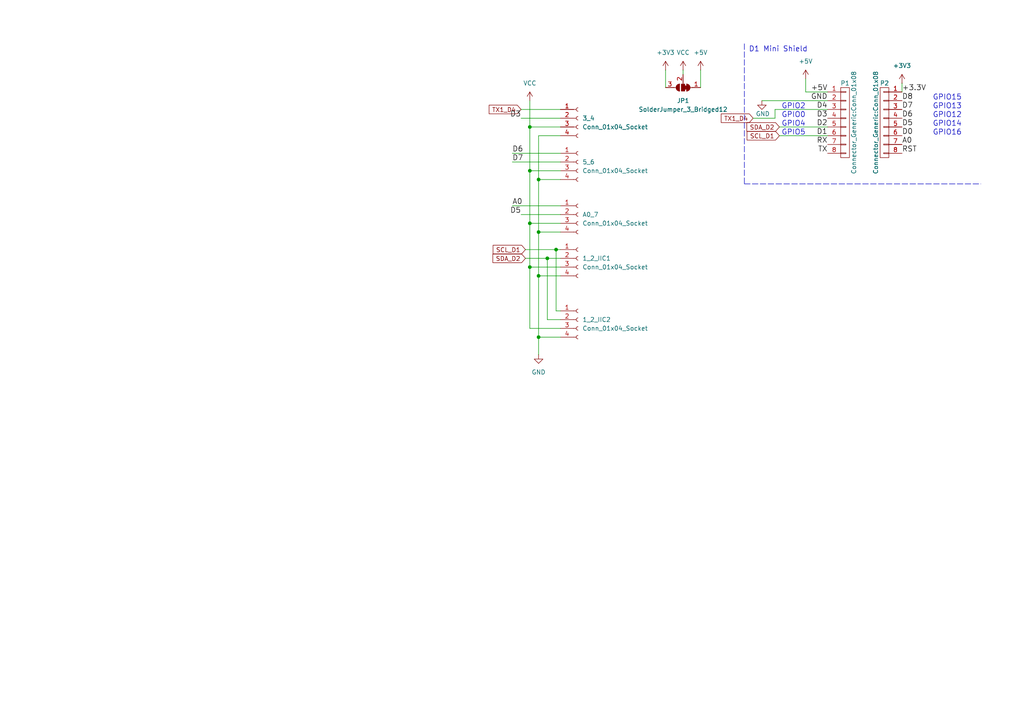
<source format=kicad_sch>
(kicad_sch
	(version 20231120)
	(generator "eeschema")
	(generator_version "8.0")
	(uuid "1e9d0ed1-d1f7-4242-855f-3b3c6e3f51d8")
	(paper "A4")
	(lib_symbols
		(symbol "Connector:Conn_01x04_Socket"
			(pin_names
				(offset 1.016) hide)
			(exclude_from_sim no)
			(in_bom yes)
			(on_board yes)
			(property "Reference" "J"
				(at 0 5.08 0)
				(effects
					(font
						(size 1.27 1.27)
					)
				)
			)
			(property "Value" "Conn_01x04_Socket"
				(at 0 -7.62 0)
				(effects
					(font
						(size 1.27 1.27)
					)
				)
			)
			(property "Footprint" ""
				(at 0 0 0)
				(effects
					(font
						(size 1.27 1.27)
					)
					(hide yes)
				)
			)
			(property "Datasheet" "~"
				(at 0 0 0)
				(effects
					(font
						(size 1.27 1.27)
					)
					(hide yes)
				)
			)
			(property "Description" "Generic connector, single row, 01x04, script generated"
				(at 0 0 0)
				(effects
					(font
						(size 1.27 1.27)
					)
					(hide yes)
				)
			)
			(property "ki_locked" ""
				(at 0 0 0)
				(effects
					(font
						(size 1.27 1.27)
					)
				)
			)
			(property "ki_keywords" "connector"
				(at 0 0 0)
				(effects
					(font
						(size 1.27 1.27)
					)
					(hide yes)
				)
			)
			(property "ki_fp_filters" "Connector*:*_1x??_*"
				(at 0 0 0)
				(effects
					(font
						(size 1.27 1.27)
					)
					(hide yes)
				)
			)
			(symbol "Conn_01x04_Socket_1_1"
				(arc
					(start 0 -4.572)
					(mid -0.5058 -5.08)
					(end 0 -5.588)
					(stroke
						(width 0.1524)
						(type default)
					)
					(fill
						(type none)
					)
				)
				(arc
					(start 0 -2.032)
					(mid -0.5058 -2.54)
					(end 0 -3.048)
					(stroke
						(width 0.1524)
						(type default)
					)
					(fill
						(type none)
					)
				)
				(polyline
					(pts
						(xy -1.27 -5.08) (xy -0.508 -5.08)
					)
					(stroke
						(width 0.1524)
						(type default)
					)
					(fill
						(type none)
					)
				)
				(polyline
					(pts
						(xy -1.27 -2.54) (xy -0.508 -2.54)
					)
					(stroke
						(width 0.1524)
						(type default)
					)
					(fill
						(type none)
					)
				)
				(polyline
					(pts
						(xy -1.27 0) (xy -0.508 0)
					)
					(stroke
						(width 0.1524)
						(type default)
					)
					(fill
						(type none)
					)
				)
				(polyline
					(pts
						(xy -1.27 2.54) (xy -0.508 2.54)
					)
					(stroke
						(width 0.1524)
						(type default)
					)
					(fill
						(type none)
					)
				)
				(arc
					(start 0 0.508)
					(mid -0.5058 0)
					(end 0 -0.508)
					(stroke
						(width 0.1524)
						(type default)
					)
					(fill
						(type none)
					)
				)
				(arc
					(start 0 3.048)
					(mid -0.5058 2.54)
					(end 0 2.032)
					(stroke
						(width 0.1524)
						(type default)
					)
					(fill
						(type none)
					)
				)
				(pin passive line
					(at -5.08 2.54 0)
					(length 3.81)
					(name "Pin_1"
						(effects
							(font
								(size 1.27 1.27)
							)
						)
					)
					(number "1"
						(effects
							(font
								(size 1.27 1.27)
							)
						)
					)
				)
				(pin passive line
					(at -5.08 0 0)
					(length 3.81)
					(name "Pin_2"
						(effects
							(font
								(size 1.27 1.27)
							)
						)
					)
					(number "2"
						(effects
							(font
								(size 1.27 1.27)
							)
						)
					)
				)
				(pin passive line
					(at -5.08 -2.54 0)
					(length 3.81)
					(name "Pin_3"
						(effects
							(font
								(size 1.27 1.27)
							)
						)
					)
					(number "3"
						(effects
							(font
								(size 1.27 1.27)
							)
						)
					)
				)
				(pin passive line
					(at -5.08 -5.08 0)
					(length 3.81)
					(name "Pin_4"
						(effects
							(font
								(size 1.27 1.27)
							)
						)
					)
					(number "4"
						(effects
							(font
								(size 1.27 1.27)
							)
						)
					)
				)
			)
		)
		(symbol "Connector_Generic:Conn_01x08"
			(pin_names
				(offset 1.016) hide)
			(exclude_from_sim no)
			(in_bom yes)
			(on_board yes)
			(property "Reference" "P"
				(at 0 11.43 0)
				(effects
					(font
						(size 1.27 1.27)
					)
				)
			)
			(property "Value" "Conn_01x08"
				(at 2.54 0 90)
				(effects
					(font
						(size 1.27 1.27)
					)
				)
			)
			(property "Footprint" ""
				(at 0 0 0)
				(effects
					(font
						(size 1.524 1.524)
					)
				)
			)
			(property "Datasheet" ""
				(at 0 0 0)
				(effects
					(font
						(size 1.524 1.524)
					)
				)
			)
			(property "Description" ""
				(at 0 0 0)
				(effects
					(font
						(size 1.27 1.27)
					)
					(hide yes)
				)
			)
			(property "Field5" ""
				(at 0 0 0)
				(effects
					(font
						(size 1.27 1.27)
					)
					(hide yes)
				)
			)
			(property "ki_fp_filters" "Pin_Header_Straight_1X08 Pin_Header_Angled_1X08 Socket_Strip_Straight_1X08 Socket_Strip_Angled_1X08"
				(at 0 0 0)
				(effects
					(font
						(size 1.27 1.27)
					)
					(hide yes)
				)
			)
			(symbol "Conn_01x08_0_1"
				(rectangle
					(start -1.27 -10.16)
					(end 1.27 10.16)
					(stroke
						(width 0)
						(type solid)
					)
					(fill
						(type none)
					)
				)
				(rectangle
					(start -1.27 -8.763)
					(end 0.254 -9.017)
					(stroke
						(width 0)
						(type solid)
					)
					(fill
						(type none)
					)
				)
				(rectangle
					(start -1.27 -6.223)
					(end 0.254 -6.477)
					(stroke
						(width 0)
						(type solid)
					)
					(fill
						(type none)
					)
				)
				(rectangle
					(start -1.27 -3.683)
					(end 0.254 -3.937)
					(stroke
						(width 0)
						(type solid)
					)
					(fill
						(type none)
					)
				)
				(rectangle
					(start -1.27 -1.143)
					(end 0.254 -1.397)
					(stroke
						(width 0)
						(type solid)
					)
					(fill
						(type none)
					)
				)
				(rectangle
					(start -1.27 1.397)
					(end 0.254 1.143)
					(stroke
						(width 0)
						(type solid)
					)
					(fill
						(type none)
					)
				)
				(rectangle
					(start -1.27 3.937)
					(end 0.254 3.683)
					(stroke
						(width 0)
						(type solid)
					)
					(fill
						(type none)
					)
				)
				(rectangle
					(start -1.27 6.477)
					(end 0.254 6.223)
					(stroke
						(width 0)
						(type solid)
					)
					(fill
						(type none)
					)
				)
				(rectangle
					(start -1.27 9.017)
					(end 0.254 8.763)
					(stroke
						(width 0)
						(type solid)
					)
					(fill
						(type none)
					)
				)
			)
			(symbol "Conn_01x08_1_1"
				(pin passive line
					(at -5.08 8.89 0)
					(length 3.81)
					(name "P1"
						(effects
							(font
								(size 1.27 1.27)
							)
						)
					)
					(number "1"
						(effects
							(font
								(size 1.27 1.27)
							)
						)
					)
				)
				(pin passive line
					(at -5.08 6.35 0)
					(length 3.81)
					(name "P2"
						(effects
							(font
								(size 1.27 1.27)
							)
						)
					)
					(number "2"
						(effects
							(font
								(size 1.27 1.27)
							)
						)
					)
				)
				(pin passive line
					(at -5.08 3.81 0)
					(length 3.81)
					(name "P3"
						(effects
							(font
								(size 1.27 1.27)
							)
						)
					)
					(number "3"
						(effects
							(font
								(size 1.27 1.27)
							)
						)
					)
				)
				(pin passive line
					(at -5.08 1.27 0)
					(length 3.81)
					(name "P4"
						(effects
							(font
								(size 1.27 1.27)
							)
						)
					)
					(number "4"
						(effects
							(font
								(size 1.27 1.27)
							)
						)
					)
				)
				(pin passive line
					(at -5.08 -1.27 0)
					(length 3.81)
					(name "P5"
						(effects
							(font
								(size 1.27 1.27)
							)
						)
					)
					(number "5"
						(effects
							(font
								(size 1.27 1.27)
							)
						)
					)
				)
				(pin passive line
					(at -5.08 -3.81 0)
					(length 3.81)
					(name "P6"
						(effects
							(font
								(size 1.27 1.27)
							)
						)
					)
					(number "6"
						(effects
							(font
								(size 1.27 1.27)
							)
						)
					)
				)
				(pin passive line
					(at -5.08 -6.35 0)
					(length 3.81)
					(name "P7"
						(effects
							(font
								(size 1.27 1.27)
							)
						)
					)
					(number "7"
						(effects
							(font
								(size 1.27 1.27)
							)
						)
					)
				)
				(pin passive line
					(at -5.08 -8.89 0)
					(length 3.81)
					(name "P8"
						(effects
							(font
								(size 1.27 1.27)
							)
						)
					)
					(number "8"
						(effects
							(font
								(size 1.27 1.27)
							)
						)
					)
				)
			)
		)
		(symbol "Jumper:SolderJumper_3_Bridged12"
			(pin_names
				(offset 0) hide)
			(exclude_from_sim yes)
			(in_bom no)
			(on_board yes)
			(property "Reference" "JP"
				(at -2.54 -2.54 0)
				(effects
					(font
						(size 1.27 1.27)
					)
				)
			)
			(property "Value" "SolderJumper_3_Bridged12"
				(at 0 2.794 0)
				(effects
					(font
						(size 1.27 1.27)
					)
				)
			)
			(property "Footprint" ""
				(at 0 0 0)
				(effects
					(font
						(size 1.27 1.27)
					)
					(hide yes)
				)
			)
			(property "Datasheet" "~"
				(at 0 0 0)
				(effects
					(font
						(size 1.27 1.27)
					)
					(hide yes)
				)
			)
			(property "Description" "3-pole Solder Jumper, pins 1+2 closed/bridged"
				(at 0 0 0)
				(effects
					(font
						(size 1.27 1.27)
					)
					(hide yes)
				)
			)
			(property "ki_keywords" "Solder Jumper SPDT"
				(at 0 0 0)
				(effects
					(font
						(size 1.27 1.27)
					)
					(hide yes)
				)
			)
			(property "ki_fp_filters" "SolderJumper*Bridged12*"
				(at 0 0 0)
				(effects
					(font
						(size 1.27 1.27)
					)
					(hide yes)
				)
			)
			(symbol "SolderJumper_3_Bridged12_0_1"
				(rectangle
					(start -1.016 0.508)
					(end -0.508 -0.508)
					(stroke
						(width 0)
						(type default)
					)
					(fill
						(type outline)
					)
				)
				(arc
					(start -1.016 1.016)
					(mid -2.0276 0)
					(end -1.016 -1.016)
					(stroke
						(width 0)
						(type default)
					)
					(fill
						(type none)
					)
				)
				(arc
					(start -1.016 1.016)
					(mid -2.0276 0)
					(end -1.016 -1.016)
					(stroke
						(width 0)
						(type default)
					)
					(fill
						(type outline)
					)
				)
				(rectangle
					(start -0.508 1.016)
					(end 0.508 -1.016)
					(stroke
						(width 0)
						(type default)
					)
					(fill
						(type outline)
					)
				)
				(polyline
					(pts
						(xy -2.54 0) (xy -2.032 0)
					)
					(stroke
						(width 0)
						(type default)
					)
					(fill
						(type none)
					)
				)
				(polyline
					(pts
						(xy -1.016 1.016) (xy -1.016 -1.016)
					)
					(stroke
						(width 0)
						(type default)
					)
					(fill
						(type none)
					)
				)
				(polyline
					(pts
						(xy 0 -1.27) (xy 0 -1.016)
					)
					(stroke
						(width 0)
						(type default)
					)
					(fill
						(type none)
					)
				)
				(polyline
					(pts
						(xy 1.016 1.016) (xy 1.016 -1.016)
					)
					(stroke
						(width 0)
						(type default)
					)
					(fill
						(type none)
					)
				)
				(polyline
					(pts
						(xy 2.54 0) (xy 2.032 0)
					)
					(stroke
						(width 0)
						(type default)
					)
					(fill
						(type none)
					)
				)
				(arc
					(start 1.016 -1.016)
					(mid 2.0276 0)
					(end 1.016 1.016)
					(stroke
						(width 0)
						(type default)
					)
					(fill
						(type none)
					)
				)
				(arc
					(start 1.016 -1.016)
					(mid 2.0276 0)
					(end 1.016 1.016)
					(stroke
						(width 0)
						(type default)
					)
					(fill
						(type outline)
					)
				)
			)
			(symbol "SolderJumper_3_Bridged12_1_1"
				(pin passive line
					(at -5.08 0 0)
					(length 2.54)
					(name "A"
						(effects
							(font
								(size 1.27 1.27)
							)
						)
					)
					(number "1"
						(effects
							(font
								(size 1.27 1.27)
							)
						)
					)
				)
				(pin passive line
					(at 0 -3.81 90)
					(length 2.54)
					(name "C"
						(effects
							(font
								(size 1.27 1.27)
							)
						)
					)
					(number "2"
						(effects
							(font
								(size 1.27 1.27)
							)
						)
					)
				)
				(pin passive line
					(at 5.08 0 180)
					(length 2.54)
					(name "B"
						(effects
							(font
								(size 1.27 1.27)
							)
						)
					)
					(number "3"
						(effects
							(font
								(size 1.27 1.27)
							)
						)
					)
				)
			)
		)
		(symbol "power:+3V3"
			(power)
			(pin_numbers hide)
			(pin_names
				(offset 0) hide)
			(exclude_from_sim no)
			(in_bom yes)
			(on_board yes)
			(property "Reference" "#PWR"
				(at 0 -3.81 0)
				(effects
					(font
						(size 1.27 1.27)
					)
					(hide yes)
				)
			)
			(property "Value" "+3V3"
				(at 0 3.556 0)
				(effects
					(font
						(size 1.27 1.27)
					)
				)
			)
			(property "Footprint" ""
				(at 0 0 0)
				(effects
					(font
						(size 1.27 1.27)
					)
					(hide yes)
				)
			)
			(property "Datasheet" ""
				(at 0 0 0)
				(effects
					(font
						(size 1.27 1.27)
					)
					(hide yes)
				)
			)
			(property "Description" "Power symbol creates a global label with name \"+3V3\""
				(at 0 0 0)
				(effects
					(font
						(size 1.27 1.27)
					)
					(hide yes)
				)
			)
			(property "ki_keywords" "global power"
				(at 0 0 0)
				(effects
					(font
						(size 1.27 1.27)
					)
					(hide yes)
				)
			)
			(symbol "+3V3_0_1"
				(polyline
					(pts
						(xy -0.762 1.27) (xy 0 2.54)
					)
					(stroke
						(width 0)
						(type default)
					)
					(fill
						(type none)
					)
				)
				(polyline
					(pts
						(xy 0 0) (xy 0 2.54)
					)
					(stroke
						(width 0)
						(type default)
					)
					(fill
						(type none)
					)
				)
				(polyline
					(pts
						(xy 0 2.54) (xy 0.762 1.27)
					)
					(stroke
						(width 0)
						(type default)
					)
					(fill
						(type none)
					)
				)
			)
			(symbol "+3V3_1_1"
				(pin power_in line
					(at 0 0 90)
					(length 0)
					(name "~"
						(effects
							(font
								(size 1.27 1.27)
							)
						)
					)
					(number "1"
						(effects
							(font
								(size 1.27 1.27)
							)
						)
					)
				)
			)
		)
		(symbol "power:+5V"
			(power)
			(pin_numbers hide)
			(pin_names
				(offset 0) hide)
			(exclude_from_sim no)
			(in_bom yes)
			(on_board yes)
			(property "Reference" "#PWR"
				(at 0 -3.81 0)
				(effects
					(font
						(size 1.27 1.27)
					)
					(hide yes)
				)
			)
			(property "Value" "+5V"
				(at 0 3.556 0)
				(effects
					(font
						(size 1.27 1.27)
					)
				)
			)
			(property "Footprint" ""
				(at 0 0 0)
				(effects
					(font
						(size 1.27 1.27)
					)
					(hide yes)
				)
			)
			(property "Datasheet" ""
				(at 0 0 0)
				(effects
					(font
						(size 1.27 1.27)
					)
					(hide yes)
				)
			)
			(property "Description" "Power symbol creates a global label with name \"+5V\""
				(at 0 0 0)
				(effects
					(font
						(size 1.27 1.27)
					)
					(hide yes)
				)
			)
			(property "ki_keywords" "global power"
				(at 0 0 0)
				(effects
					(font
						(size 1.27 1.27)
					)
					(hide yes)
				)
			)
			(symbol "+5V_0_1"
				(polyline
					(pts
						(xy -0.762 1.27) (xy 0 2.54)
					)
					(stroke
						(width 0)
						(type default)
					)
					(fill
						(type none)
					)
				)
				(polyline
					(pts
						(xy 0 0) (xy 0 2.54)
					)
					(stroke
						(width 0)
						(type default)
					)
					(fill
						(type none)
					)
				)
				(polyline
					(pts
						(xy 0 2.54) (xy 0.762 1.27)
					)
					(stroke
						(width 0)
						(type default)
					)
					(fill
						(type none)
					)
				)
			)
			(symbol "+5V_1_1"
				(pin power_in line
					(at 0 0 90)
					(length 0)
					(name "~"
						(effects
							(font
								(size 1.27 1.27)
							)
						)
					)
					(number "1"
						(effects
							(font
								(size 1.27 1.27)
							)
						)
					)
				)
			)
		)
		(symbol "power:GND"
			(power)
			(pin_numbers hide)
			(pin_names
				(offset 0) hide)
			(exclude_from_sim no)
			(in_bom yes)
			(on_board yes)
			(property "Reference" "#PWR"
				(at 0 -6.35 0)
				(effects
					(font
						(size 1.27 1.27)
					)
					(hide yes)
				)
			)
			(property "Value" "GND"
				(at 0 -3.81 0)
				(effects
					(font
						(size 1.27 1.27)
					)
				)
			)
			(property "Footprint" ""
				(at 0 0 0)
				(effects
					(font
						(size 1.27 1.27)
					)
					(hide yes)
				)
			)
			(property "Datasheet" ""
				(at 0 0 0)
				(effects
					(font
						(size 1.27 1.27)
					)
					(hide yes)
				)
			)
			(property "Description" "Power symbol creates a global label with name \"GND\" , ground"
				(at 0 0 0)
				(effects
					(font
						(size 1.27 1.27)
					)
					(hide yes)
				)
			)
			(property "ki_keywords" "global power"
				(at 0 0 0)
				(effects
					(font
						(size 1.27 1.27)
					)
					(hide yes)
				)
			)
			(symbol "GND_0_1"
				(polyline
					(pts
						(xy 0 0) (xy 0 -1.27) (xy 1.27 -1.27) (xy 0 -2.54) (xy -1.27 -1.27) (xy 0 -1.27)
					)
					(stroke
						(width 0)
						(type default)
					)
					(fill
						(type none)
					)
				)
			)
			(symbol "GND_1_1"
				(pin power_in line
					(at 0 0 270)
					(length 0)
					(name "~"
						(effects
							(font
								(size 1.27 1.27)
							)
						)
					)
					(number "1"
						(effects
							(font
								(size 1.27 1.27)
							)
						)
					)
				)
			)
		)
		(symbol "power:VCC"
			(power)
			(pin_numbers hide)
			(pin_names
				(offset 0) hide)
			(exclude_from_sim no)
			(in_bom yes)
			(on_board yes)
			(property "Reference" "#PWR"
				(at 0 -3.81 0)
				(effects
					(font
						(size 1.27 1.27)
					)
					(hide yes)
				)
			)
			(property "Value" "VCC"
				(at 0 3.556 0)
				(effects
					(font
						(size 1.27 1.27)
					)
				)
			)
			(property "Footprint" ""
				(at 0 0 0)
				(effects
					(font
						(size 1.27 1.27)
					)
					(hide yes)
				)
			)
			(property "Datasheet" ""
				(at 0 0 0)
				(effects
					(font
						(size 1.27 1.27)
					)
					(hide yes)
				)
			)
			(property "Description" "Power symbol creates a global label with name \"VCC\""
				(at 0 0 0)
				(effects
					(font
						(size 1.27 1.27)
					)
					(hide yes)
				)
			)
			(property "ki_keywords" "global power"
				(at 0 0 0)
				(effects
					(font
						(size 1.27 1.27)
					)
					(hide yes)
				)
			)
			(symbol "VCC_0_1"
				(polyline
					(pts
						(xy -0.762 1.27) (xy 0 2.54)
					)
					(stroke
						(width 0)
						(type default)
					)
					(fill
						(type none)
					)
				)
				(polyline
					(pts
						(xy 0 0) (xy 0 2.54)
					)
					(stroke
						(width 0)
						(type default)
					)
					(fill
						(type none)
					)
				)
				(polyline
					(pts
						(xy 0 2.54) (xy 0.762 1.27)
					)
					(stroke
						(width 0)
						(type default)
					)
					(fill
						(type none)
					)
				)
			)
			(symbol "VCC_1_1"
				(pin power_in line
					(at 0 0 90)
					(length 0)
					(name "~"
						(effects
							(font
								(size 1.27 1.27)
							)
						)
					)
					(number "1"
						(effects
							(font
								(size 1.27 1.27)
							)
						)
					)
				)
			)
		)
	)
	(junction
		(at 158.75 74.93)
		(diameter 0)
		(color 0 0 0 0)
		(uuid "0d87b0e6-0aad-4beb-b367-9849fe2024c8")
	)
	(junction
		(at 156.21 97.79)
		(diameter 0)
		(color 0 0 0 0)
		(uuid "4c1b7eab-5c72-42e3-9464-57de84e6fe97")
	)
	(junction
		(at 153.67 49.53)
		(diameter 0)
		(color 0 0 0 0)
		(uuid "50015e18-f1bd-448b-aa48-5246fc1c36f2")
	)
	(junction
		(at 153.67 36.83)
		(diameter 0)
		(color 0 0 0 0)
		(uuid "551ab918-0213-4dc0-aeb8-d3c7f8f57ea3")
	)
	(junction
		(at 161.29 72.39)
		(diameter 0)
		(color 0 0 0 0)
		(uuid "5bb7ff67-dfde-4920-b013-bd944dfe6d8a")
	)
	(junction
		(at 153.67 64.77)
		(diameter 0)
		(color 0 0 0 0)
		(uuid "6410e471-42c8-4a1f-bcc1-55ee5a6766cf")
	)
	(junction
		(at 156.21 80.01)
		(diameter 0)
		(color 0 0 0 0)
		(uuid "9271bce8-7114-489c-a7af-cb6e85cc7ed1")
	)
	(junction
		(at 153.67 77.47)
		(diameter 0)
		(color 0 0 0 0)
		(uuid "a0dd004d-f11c-4419-a570-11eb7147ff5c")
	)
	(junction
		(at 156.21 67.31)
		(diameter 0)
		(color 0 0 0 0)
		(uuid "adfb7e76-a8b9-4abb-9a41-ff04dabbb83a")
	)
	(junction
		(at 156.21 52.07)
		(diameter 0)
		(color 0 0 0 0)
		(uuid "fa15aa4e-6ab0-4f4d-9c80-07039bf76844")
	)
	(wire
		(pts
			(xy 224.79 31.75) (xy 224.79 34.29)
		)
		(stroke
			(width 0)
			(type default)
		)
		(uuid "0ccc5d19-522b-4483-bd00-91906985b2dd")
	)
	(wire
		(pts
			(xy 156.21 52.07) (xy 156.21 39.37)
		)
		(stroke
			(width 0)
			(type default)
		)
		(uuid "0ed97a91-c5f5-4f23-94f1-d8d90d8d0bfe")
	)
	(wire
		(pts
			(xy 148.59 59.69) (xy 162.56 59.69)
		)
		(stroke
			(width 0)
			(type default)
		)
		(uuid "103f349b-f047-4325-b51d-4a11e02626a8")
	)
	(wire
		(pts
			(xy 153.67 95.25) (xy 153.67 77.47)
		)
		(stroke
			(width 0)
			(type default)
		)
		(uuid "118f1ccb-927f-4a80-aa1a-fd02ba67654e")
	)
	(wire
		(pts
			(xy 153.67 29.21) (xy 153.67 36.83)
		)
		(stroke
			(width 0)
			(type default)
		)
		(uuid "1a62dc96-6160-4ac0-9065-6b30e9b532a7")
	)
	(wire
		(pts
			(xy 153.67 36.83) (xy 162.56 36.83)
		)
		(stroke
			(width 0)
			(type default)
		)
		(uuid "1abb7fbe-11bf-4d68-b838-6b2abfc88940")
	)
	(wire
		(pts
			(xy 153.67 64.77) (xy 162.56 64.77)
		)
		(stroke
			(width 0)
			(type default)
		)
		(uuid "226cc243-7c05-491f-a2ae-c037ac1aab41")
	)
	(wire
		(pts
			(xy 153.67 49.53) (xy 153.67 64.77)
		)
		(stroke
			(width 0)
			(type default)
		)
		(uuid "2646a8bd-485f-4de2-b6ae-0e564f8789c0")
	)
	(wire
		(pts
			(xy 203.2 20.32) (xy 203.2 25.4)
		)
		(stroke
			(width 0)
			(type default)
		)
		(uuid "2d404774-be74-4004-b4e4-a2a2e7f85066")
	)
	(wire
		(pts
			(xy 153.67 36.83) (xy 153.67 49.53)
		)
		(stroke
			(width 0)
			(type default)
		)
		(uuid "30b7dad7-2ae3-473e-9b14-e16945887f51")
	)
	(wire
		(pts
			(xy 198.12 20.32) (xy 198.12 21.59)
		)
		(stroke
			(width 0)
			(type default)
		)
		(uuid "34daa0aa-dc50-4454-a8ba-3f7f8e347043")
	)
	(wire
		(pts
			(xy 151.13 34.29) (xy 162.56 34.29)
		)
		(stroke
			(width 0)
			(type default)
		)
		(uuid "4f661532-e5c1-4003-bd6a-323ab8529103")
	)
	(wire
		(pts
			(xy 193.04 20.32) (xy 193.04 25.4)
		)
		(stroke
			(width 0)
			(type default)
		)
		(uuid "4fe01e39-18e5-4d3d-b3f3-c38c1fe26759")
	)
	(wire
		(pts
			(xy 161.29 72.39) (xy 161.29 90.17)
		)
		(stroke
			(width 0)
			(type default)
		)
		(uuid "503e9045-4d2a-407e-941f-3334d78829a2")
	)
	(wire
		(pts
			(xy 261.62 24.13) (xy 261.62 26.67)
		)
		(stroke
			(width 0)
			(type default)
		)
		(uuid "5aaea538-eadb-41e9-bd80-1222b63aa920")
	)
	(wire
		(pts
			(xy 233.68 26.67) (xy 240.03 26.67)
		)
		(stroke
			(width 0)
			(type default)
		)
		(uuid "5baf0408-6a87-484d-a958-229a47f025fc")
	)
	(wire
		(pts
			(xy 226.06 36.83) (xy 240.03 36.83)
		)
		(stroke
			(width 0)
			(type default)
		)
		(uuid "5d9720d5-ad4d-4013-85be-3d84fc992c17")
	)
	(wire
		(pts
			(xy 161.29 72.39) (xy 162.56 72.39)
		)
		(stroke
			(width 0)
			(type default)
		)
		(uuid "5eaff4a4-548d-4d9a-b83a-9ab0cfb0825e")
	)
	(wire
		(pts
			(xy 156.21 80.01) (xy 162.56 80.01)
		)
		(stroke
			(width 0)
			(type default)
		)
		(uuid "5f1f7d96-465d-4927-a434-87d0ffc10db7")
	)
	(wire
		(pts
			(xy 156.21 67.31) (xy 156.21 52.07)
		)
		(stroke
			(width 0)
			(type default)
		)
		(uuid "67544a87-4745-46f3-af6c-5b22ae12981f")
	)
	(wire
		(pts
			(xy 240.03 31.75) (xy 224.79 31.75)
		)
		(stroke
			(width 0)
			(type default)
		)
		(uuid "683e99df-cb47-49ee-b1f0-75e9427379b7")
	)
	(wire
		(pts
			(xy 162.56 95.25) (xy 153.67 95.25)
		)
		(stroke
			(width 0)
			(type default)
		)
		(uuid "6c174156-296e-4c7d-a16a-c253bf9dda78")
	)
	(polyline
		(pts
			(xy 215.9 53.34) (xy 284.48 53.34)
		)
		(stroke
			(width 0)
			(type dash)
		)
		(uuid "75a62d01-d056-42d1-836f-dc3d180980f5")
	)
	(wire
		(pts
			(xy 240.03 29.21) (xy 220.98 29.21)
		)
		(stroke
			(width 0)
			(type default)
		)
		(uuid "776e77a5-7178-4465-ae28-bcdcfab80d45")
	)
	(wire
		(pts
			(xy 226.06 39.37) (xy 240.03 39.37)
		)
		(stroke
			(width 0)
			(type default)
		)
		(uuid "7b42888c-075d-44d2-bfa2-e8e10c9e62af")
	)
	(wire
		(pts
			(xy 151.13 62.23) (xy 162.56 62.23)
		)
		(stroke
			(width 0)
			(type default)
		)
		(uuid "7bcfe655-19b1-402f-9bdc-38ab6cc7e0bc")
	)
	(wire
		(pts
			(xy 152.4 72.39) (xy 161.29 72.39)
		)
		(stroke
			(width 0)
			(type default)
		)
		(uuid "7c4a6912-5569-4ef3-a319-e9da975040f5")
	)
	(wire
		(pts
			(xy 158.75 92.71) (xy 158.75 74.93)
		)
		(stroke
			(width 0)
			(type default)
		)
		(uuid "7d971369-37c5-4549-931b-6dfc83a8f750")
	)
	(wire
		(pts
			(xy 158.75 74.93) (xy 162.56 74.93)
		)
		(stroke
			(width 0)
			(type default)
		)
		(uuid "7dc70ca2-131e-4537-8c29-2933152826bb")
	)
	(polyline
		(pts
			(xy 215.9 12.7) (xy 215.9 53.34)
		)
		(stroke
			(width 0)
			(type dash)
		)
		(uuid "8d687e69-ce18-407c-b17c-65f4dfd04c3d")
	)
	(wire
		(pts
			(xy 156.21 67.31) (xy 162.56 67.31)
		)
		(stroke
			(width 0)
			(type default)
		)
		(uuid "92ad9554-54d2-41a2-9a20-c60197fe3073")
	)
	(wire
		(pts
			(xy 161.29 90.17) (xy 162.56 90.17)
		)
		(stroke
			(width 0)
			(type default)
		)
		(uuid "962284f0-8dbb-4da5-bd39-78fa335922d8")
	)
	(wire
		(pts
			(xy 148.59 44.45) (xy 162.56 44.45)
		)
		(stroke
			(width 0)
			(type default)
		)
		(uuid "9d2b27c5-82a6-4c88-af6d-c8d26a8ffb10")
	)
	(wire
		(pts
			(xy 153.67 77.47) (xy 162.56 77.47)
		)
		(stroke
			(width 0)
			(type default)
		)
		(uuid "9e784ba9-ce14-482d-84c1-db47162ae2eb")
	)
	(wire
		(pts
			(xy 148.59 46.99) (xy 162.56 46.99)
		)
		(stroke
			(width 0)
			(type default)
		)
		(uuid "aeb4355d-5485-463c-a3a2-c400e3d8ba29")
	)
	(wire
		(pts
			(xy 151.13 31.75) (xy 162.56 31.75)
		)
		(stroke
			(width 0)
			(type default)
		)
		(uuid "bc72cbbd-c38b-4b18-b73e-f414ed9c6353")
	)
	(wire
		(pts
			(xy 153.67 64.77) (xy 153.67 77.47)
		)
		(stroke
			(width 0)
			(type default)
		)
		(uuid "be81c6e9-c120-4825-9e68-9910533eb4d3")
	)
	(wire
		(pts
			(xy 156.21 97.79) (xy 156.21 80.01)
		)
		(stroke
			(width 0)
			(type default)
		)
		(uuid "bf8a5c04-0936-499d-9ec6-ad2940098df4")
	)
	(wire
		(pts
			(xy 224.79 34.29) (xy 218.44 34.29)
		)
		(stroke
			(width 0)
			(type default)
		)
		(uuid "ca1edd5b-a07c-4148-b0d2-c984367e7f4a")
	)
	(wire
		(pts
			(xy 156.21 52.07) (xy 162.56 52.07)
		)
		(stroke
			(width 0)
			(type default)
		)
		(uuid "cf73e740-b9c4-4635-8c36-78a91fda9efc")
	)
	(wire
		(pts
			(xy 152.4 74.93) (xy 158.75 74.93)
		)
		(stroke
			(width 0)
			(type default)
		)
		(uuid "d0a9d0d2-733a-44a0-85e3-e38b0ebd91f5")
	)
	(wire
		(pts
			(xy 156.21 39.37) (xy 162.56 39.37)
		)
		(stroke
			(width 0)
			(type default)
		)
		(uuid "d1fd6d42-bb2f-4390-a00a-2d93fdef97d8")
	)
	(wire
		(pts
			(xy 156.21 80.01) (xy 156.21 67.31)
		)
		(stroke
			(width 0)
			(type default)
		)
		(uuid "d41ea87f-0e73-425f-8dfe-70760fef04d4")
	)
	(wire
		(pts
			(xy 156.21 102.87) (xy 156.21 97.79)
		)
		(stroke
			(width 0)
			(type default)
		)
		(uuid "d5ada7ba-68c7-4d41-b176-c4f3c83de1cb")
	)
	(wire
		(pts
			(xy 162.56 92.71) (xy 158.75 92.71)
		)
		(stroke
			(width 0)
			(type default)
		)
		(uuid "e6ca7cbf-7e83-4581-a4a3-3cbf877f61fd")
	)
	(wire
		(pts
			(xy 153.67 49.53) (xy 162.56 49.53)
		)
		(stroke
			(width 0)
			(type default)
		)
		(uuid "f12cd50b-aefe-45b5-919a-1a6db0ea3b2a")
	)
	(wire
		(pts
			(xy 156.21 97.79) (xy 162.56 97.79)
		)
		(stroke
			(width 0)
			(type default)
		)
		(uuid "f767feab-ee3b-45a9-a259-83979a19da39")
	)
	(wire
		(pts
			(xy 233.68 22.86) (xy 233.68 26.67)
		)
		(stroke
			(width 0)
			(type default)
		)
		(uuid "f8e20aa5-8a00-4aeb-9487-261403991999")
	)
	(text "GPIO12"
		(exclude_from_sim no)
		(at 270.51 34.29 0)
		(effects
			(font
				(size 1.524 1.524)
			)
			(justify left bottom)
		)
		(uuid "1416d264-d984-4239-bf32-e9865eb99558")
	)
	(text "GPIO2"
		(exclude_from_sim no)
		(at 233.68 31.75 0)
		(effects
			(font
				(size 1.524 1.524)
			)
			(justify right bottom)
		)
		(uuid "5f3f39f5-8365-495e-a1cc-56f549394d5d")
	)
	(text "GPIO16"
		(exclude_from_sim no)
		(at 270.51 39.37 0)
		(effects
			(font
				(size 1.524 1.524)
			)
			(justify left bottom)
		)
		(uuid "8d6ab5de-c0bd-41e2-b65f-f592c39d677e")
	)
	(text "GPIO13"
		(exclude_from_sim no)
		(at 270.51 31.75 0)
		(effects
			(font
				(size 1.524 1.524)
			)
			(justify left bottom)
		)
		(uuid "acfecc2f-979c-4f36-97d6-0ee5446e977f")
	)
	(text "GPIO4"
		(exclude_from_sim no)
		(at 233.68 36.83 0)
		(effects
			(font
				(size 1.524 1.524)
			)
			(justify right bottom)
		)
		(uuid "b4f35ea1-3a3b-4755-ab65-7973c78f50c9")
	)
	(text "GPIO15"
		(exclude_from_sim no)
		(at 270.51 29.21 0)
		(effects
			(font
				(size 1.524 1.524)
			)
			(justify left bottom)
		)
		(uuid "d476b730-aeac-46cf-a247-4069b493af0d")
	)
	(text "D1 Mini Shield"
		(exclude_from_sim no)
		(at 217.17 15.24 0)
		(effects
			(font
				(size 1.524 1.524)
			)
			(justify left bottom)
		)
		(uuid "e91c2019-32bd-4118-923b-ecea06bf0cc9")
	)
	(text "GPIO5"
		(exclude_from_sim no)
		(at 233.68 39.37 0)
		(effects
			(font
				(size 1.524 1.524)
			)
			(justify right bottom)
		)
		(uuid "efa5b128-c49a-4321-a429-f1ec5e625c77")
	)
	(text "GPIO0"
		(exclude_from_sim no)
		(at 233.68 34.29 0)
		(effects
			(font
				(size 1.524 1.524)
			)
			(justify right bottom)
		)
		(uuid "f172f202-a4c9-4cb7-85ce-c468fbb10613")
	)
	(text "GPIO14"
		(exclude_from_sim no)
		(at 270.51 36.83 0)
		(effects
			(font
				(size 1.524 1.524)
			)
			(justify left bottom)
		)
		(uuid "f68f9053-334f-49c5-8cb3-8c9c3360cf3e")
	)
	(label "D1"
		(at 240.03 39.37 180)
		(fields_autoplaced yes)
		(effects
			(font
				(size 1.524 1.524)
			)
			(justify right bottom)
		)
		(uuid "1c3195f2-1a20-490f-83a1-03bb79b72f54")
	)
	(label "+3.3V"
		(at 261.62 26.67 0)
		(fields_autoplaced yes)
		(effects
			(font
				(size 1.524 1.524)
			)
			(justify left bottom)
		)
		(uuid "426adbf9-9b1a-4951-afe3-07730709dc07")
	)
	(label "D3"
		(at 240.03 34.29 180)
		(fields_autoplaced yes)
		(effects
			(font
				(size 1.524 1.524)
			)
			(justify right bottom)
		)
		(uuid "4a963422-ed13-4ed6-9957-37072d9c319c")
	)
	(label "D0"
		(at 261.62 39.37 0)
		(fields_autoplaced yes)
		(effects
			(font
				(size 1.524 1.524)
			)
			(justify left bottom)
		)
		(uuid "50782add-71ad-4a6a-a805-5401a62f2e14")
	)
	(label "A0"
		(at 148.59 59.69 0)
		(fields_autoplaced yes)
		(effects
			(font
				(size 1.524 1.524)
			)
			(justify left bottom)
		)
		(uuid "5383ed95-6855-4bab-9524-a25b4aa90b4a")
	)
	(label "D8"
		(at 261.62 29.21 0)
		(fields_autoplaced yes)
		(effects
			(font
				(size 1.524 1.524)
			)
			(justify left bottom)
		)
		(uuid "53f92ead-68ff-432e-8b8d-310dc2536baa")
	)
	(label "D5"
		(at 261.62 36.83 0)
		(fields_autoplaced yes)
		(effects
			(font
				(size 1.524 1.524)
			)
			(justify left bottom)
		)
		(uuid "6779e81d-c4bd-4bb1-9f16-ed0d78ab9d15")
	)
	(label "GND"
		(at 240.03 29.21 180)
		(fields_autoplaced yes)
		(effects
			(font
				(size 1.524 1.524)
			)
			(justify right bottom)
		)
		(uuid "68a71b37-1e9b-4298-a954-c1f2dbde8af0")
	)
	(label "D6"
		(at 148.59 44.45 0)
		(fields_autoplaced yes)
		(effects
			(font
				(size 1.524 1.524)
			)
			(justify left bottom)
		)
		(uuid "6f83b029-a454-4773-abbb-d5bac32163a1")
	)
	(label "A0"
		(at 261.62 41.91 0)
		(fields_autoplaced yes)
		(effects
			(font
				(size 1.524 1.524)
			)
			(justify left bottom)
		)
		(uuid "76748918-eba3-464b-ab07-7b67eae01a14")
	)
	(label "D2"
		(at 240.03 36.83 180)
		(fields_autoplaced yes)
		(effects
			(font
				(size 1.524 1.524)
			)
			(justify right bottom)
		)
		(uuid "7ca763ef-816c-44d9-9e4a-7bf51651192d")
	)
	(label "D6"
		(at 261.62 34.29 0)
		(fields_autoplaced yes)
		(effects
			(font
				(size 1.524 1.524)
			)
			(justify left bottom)
		)
		(uuid "80f7faa3-b495-4b2b-b858-90335ad486b4")
	)
	(label "+5V"
		(at 240.03 26.67 180)
		(fields_autoplaced yes)
		(effects
			(font
				(size 1.524 1.524)
			)
			(justify right bottom)
		)
		(uuid "84a71e3f-5db5-4a63-a01b-e4b7c89d753d")
	)
	(label "D7"
		(at 148.59 46.99 0)
		(fields_autoplaced yes)
		(effects
			(font
				(size 1.524 1.524)
			)
			(justify left bottom)
		)
		(uuid "89e27e9c-7ca9-45db-99b1-a2dd0620cbdf")
	)
	(label "D3"
		(at 151.13 34.29 180)
		(fields_autoplaced yes)
		(effects
			(font
				(size 1.524 1.524)
			)
			(justify right bottom)
		)
		(uuid "9472ad2e-821d-4458-bcf2-d7650dbe4232")
	)
	(label "TX"
		(at 240.03 44.45 180)
		(fields_autoplaced yes)
		(effects
			(font
				(size 1.524 1.524)
			)
			(justify right bottom)
		)
		(uuid "b4c7b878-9c43-4851-a4c3-987418c91159")
	)
	(label "RST"
		(at 261.62 44.45 0)
		(fields_autoplaced yes)
		(effects
			(font
				(size 1.524 1.524)
			)
			(justify left bottom)
		)
		(uuid "c5163aa3-2fc2-4241-85ed-e5a695b9881b")
	)
	(label "D7"
		(at 261.62 31.75 0)
		(fields_autoplaced yes)
		(effects
			(font
				(size 1.524 1.524)
			)
			(justify left bottom)
		)
		(uuid "c54e8728-f865-4ba5-b1d0-126f0cfb6dc0")
	)
	(label "RX"
		(at 240.03 41.91 180)
		(fields_autoplaced yes)
		(effects
			(font
				(size 1.524 1.524)
			)
			(justify right bottom)
		)
		(uuid "cdc312be-1cb7-48bb-b493-7c0ba04b6f6f")
	)
	(label "D4"
		(at 240.03 31.75 180)
		(fields_autoplaced yes)
		(effects
			(font
				(size 1.524 1.524)
			)
			(justify right bottom)
		)
		(uuid "ef104926-1893-43ce-b44c-0573ff7e732e")
	)
	(label "D5"
		(at 151.13 62.23 180)
		(fields_autoplaced yes)
		(effects
			(font
				(size 1.524 1.524)
			)
			(justify right bottom)
		)
		(uuid "fdaf44a2-d272-4e9b-8a5b-cd424c20c0da")
	)
	(global_label "SCL_D1"
		(shape input)
		(at 152.4 72.39 180)
		(fields_autoplaced yes)
		(effects
			(font
				(size 1.27 1.27)
			)
			(justify right)
		)
		(uuid "08221e85-9df0-4bf4-a87d-d9b4b510fb69")
		(property "Intersheetrefs" "${INTERSHEET_REFS}"
			(at 143.1143 72.39 0)
			(effects
				(font
					(size 1.27 1.27)
				)
				(justify right)
				(hide yes)
			)
		)
	)
	(global_label "TX1_D4"
		(shape input)
		(at 151.13 31.75 180)
		(fields_autoplaced yes)
		(effects
			(font
				(size 1.27 1.27)
			)
			(justify right)
		)
		(uuid "2cafae71-2ec6-4943-8b4f-2220ea888780")
		(property "Intersheetrefs" "${INTERSHEET_REFS}"
			(at 141.9653 31.75 0)
			(effects
				(font
					(size 1.27 1.27)
				)
				(justify right)
				(hide yes)
			)
		)
	)
	(global_label "SDA_D2"
		(shape input)
		(at 152.4 74.93 180)
		(fields_autoplaced yes)
		(effects
			(font
				(size 1.27 1.27)
			)
			(justify right)
		)
		(uuid "2d432ccf-9aad-43a5-8606-9564bf4924d8")
		(property "Intersheetrefs" "${INTERSHEET_REFS}"
			(at 143.0538 74.93 0)
			(effects
				(font
					(size 1.27 1.27)
				)
				(justify right)
				(hide yes)
			)
		)
	)
	(global_label "SDA_D2"
		(shape input)
		(at 226.06 36.83 180)
		(fields_autoplaced yes)
		(effects
			(font
				(size 1.27 1.27)
			)
			(justify right)
		)
		(uuid "7426f216-a09a-4769-87dc-2b81c9657b9d")
		(property "Intersheetrefs" "${INTERSHEET_REFS}"
			(at 216.7138 36.83 0)
			(effects
				(font
					(size 1.27 1.27)
				)
				(justify right)
				(hide yes)
			)
		)
	)
	(global_label "SCL_D1"
		(shape input)
		(at 226.06 39.37 180)
		(fields_autoplaced yes)
		(effects
			(font
				(size 1.27 1.27)
			)
			(justify right)
		)
		(uuid "b4c147c1-5aad-432d-b196-7261988c6b4a")
		(property "Intersheetrefs" "${INTERSHEET_REFS}"
			(at 216.7743 39.37 0)
			(effects
				(font
					(size 1.27 1.27)
				)
				(justify right)
				(hide yes)
			)
		)
	)
	(global_label "TX1_D4"
		(shape input)
		(at 218.44 34.29 180)
		(fields_autoplaced yes)
		(effects
			(font
				(size 1.27 1.27)
			)
			(justify right)
		)
		(uuid "f3303133-e6b5-4154-80d1-847310479383")
		(property "Intersheetrefs" "${INTERSHEET_REFS}"
			(at 209.2753 34.29 0)
			(effects
				(font
					(size 1.27 1.27)
				)
				(justify right)
				(hide yes)
			)
		)
	)
	(symbol
		(lib_id "Connector_Generic:Conn_01x08")
		(at 245.11 35.56 0)
		(unit 1)
		(exclude_from_sim no)
		(in_bom yes)
		(on_board yes)
		(dnp no)
		(uuid "00000000-0000-0000-0000-00005763eb78")
		(property "Reference" "P1"
			(at 245.11 24.13 0)
			(effects
				(font
					(size 1.27 1.27)
				)
			)
		)
		(property "Value" "Connector_Generic:Conn_01x08"
			(at 247.65 35.56 90)
			(effects
				(font
					(size 1.27 1.27)
				)
			)
		)
		(property "Footprint" "D1_mini:D1_mini_Pin_Header"
			(at 245.11 35.56 0)
			(effects
				(font
					(size 1.27 1.27)
				)
				(hide yes)
			)
		)
		(property "Datasheet" ""
			(at 245.11 35.56 0)
			(effects
				(font
					(size 1.27 1.27)
				)
			)
		)
		(property "Description" ""
			(at 245.11 35.56 0)
			(effects
				(font
					(size 1.27 1.27)
				)
				(hide yes)
			)
		)
		(pin "4"
			(uuid "d3ca3d29-3ac6-4c85-976f-3a67a29a54ae")
		)
		(pin "2"
			(uuid "d20c4f58-e5dd-4e45-83ce-c84adebc155f")
		)
		(pin "1"
			(uuid "97728ce6-9373-4982-bb0a-8530f7cbdc17")
		)
		(pin "3"
			(uuid "9a5808d0-5892-455a-b96d-f743533aae8a")
		)
		(pin "8"
			(uuid "5633cb8e-bbdd-4b3d-875e-33da5022a85f")
		)
		(pin "6"
			(uuid "6b2b3195-6b38-423c-a794-f18f4188bdce")
		)
		(pin "5"
			(uuid "60d40f2f-0b14-4055-8859-94f662bdb0bf")
		)
		(pin "7"
			(uuid "900cadd4-fd06-4ed5-a44d-9ec1eaa4b4a1")
		)
		(instances
			(project ""
				(path "/1e9d0ed1-d1f7-4242-855f-3b3c6e3f51d8"
					(reference "P1")
					(unit 1)
				)
			)
		)
	)
	(symbol
		(lib_id "Connector_Generic:Conn_01x08")
		(at 256.54 35.56 0)
		(mirror y)
		(unit 1)
		(exclude_from_sim no)
		(in_bom yes)
		(on_board yes)
		(dnp no)
		(uuid "00000000-0000-0000-0000-00005763ebf2")
		(property "Reference" "P2"
			(at 256.54 24.13 0)
			(effects
				(font
					(size 1.27 1.27)
				)
			)
		)
		(property "Value" "Connector_Generic:Conn_01x08"
			(at 254 35.56 90)
			(effects
				(font
					(size 1.27 1.27)
				)
			)
		)
		(property "Footprint" "D1_mini:D1_mini_Pin_Header"
			(at 256.54 35.56 0)
			(effects
				(font
					(size 1.27 1.27)
				)
				(hide yes)
			)
		)
		(property "Datasheet" ""
			(at 256.54 35.56 0)
			(effects
				(font
					(size 1.27 1.27)
				)
			)
		)
		(property "Description" ""
			(at 256.54 35.56 0)
			(effects
				(font
					(size 1.27 1.27)
				)
				(hide yes)
			)
		)
		(pin "2"
			(uuid "6cbf58d7-7b18-4a5b-abbd-85ce2aebf4e6")
		)
		(pin "3"
			(uuid "ca3b6fc7-50de-4801-994c-097e7e35ed97")
		)
		(pin "1"
			(uuid "252cbb42-3e10-48d2-8488-c5dc59d43832")
		)
		(pin "7"
			(uuid "29e3e6f9-b865-4ad2-ad7a-6ba9493d42bf")
		)
		(pin "4"
			(uuid "6b711196-2546-4e1e-89af-44d50659875e")
		)
		(pin "8"
			(uuid "149b6ffc-1522-4e52-9335-a1aa2554068a")
		)
		(pin "6"
			(uuid "98e75535-b24a-42b6-a175-3138afdd67c9")
		)
		(pin "5"
			(uuid "e79954c7-fad5-44e6-a621-b21c712bf811")
		)
		(instances
			(project ""
				(path "/1e9d0ed1-d1f7-4242-855f-3b3c6e3f51d8"
					(reference "P2")
					(unit 1)
				)
			)
		)
	)
	(symbol
		(lib_id "power:+3V3")
		(at 261.62 24.13 0)
		(unit 1)
		(exclude_from_sim no)
		(in_bom yes)
		(on_board yes)
		(dnp no)
		(fields_autoplaced yes)
		(uuid "261fbe52-1bd0-4353-af7c-5350a13ad0ae")
		(property "Reference" "#PWR04"
			(at 261.62 27.94 0)
			(effects
				(font
					(size 1.27 1.27)
				)
				(hide yes)
			)
		)
		(property "Value" "+3V3"
			(at 261.62 19.05 0)
			(effects
				(font
					(size 1.27 1.27)
				)
			)
		)
		(property "Footprint" ""
			(at 261.62 24.13 0)
			(effects
				(font
					(size 1.27 1.27)
				)
				(hide yes)
			)
		)
		(property "Datasheet" ""
			(at 261.62 24.13 0)
			(effects
				(font
					(size 1.27 1.27)
				)
				(hide yes)
			)
		)
		(property "Description" "Power symbol creates a global label with name \"+3V3\""
			(at 261.62 24.13 0)
			(effects
				(font
					(size 1.27 1.27)
				)
				(hide yes)
			)
		)
		(pin "1"
			(uuid "21642a3a-8954-4ab9-aa71-7a335b9a147f")
		)
		(instances
			(project "D1_mini_grove"
				(path "/1e9d0ed1-d1f7-4242-855f-3b3c6e3f51d8"
					(reference "#PWR04")
					(unit 1)
				)
			)
		)
	)
	(symbol
		(lib_id "power:GND")
		(at 156.21 102.87 0)
		(unit 1)
		(exclude_from_sim no)
		(in_bom yes)
		(on_board yes)
		(dnp no)
		(fields_autoplaced yes)
		(uuid "27cf7d72-f55b-4d43-8e7e-e96824e3db3f")
		(property "Reference" "#PWR07"
			(at 156.21 109.22 0)
			(effects
				(font
					(size 1.27 1.27)
				)
				(hide yes)
			)
		)
		(property "Value" "GND"
			(at 156.21 107.95 0)
			(effects
				(font
					(size 1.27 1.27)
				)
			)
		)
		(property "Footprint" ""
			(at 156.21 102.87 0)
			(effects
				(font
					(size 1.27 1.27)
				)
				(hide yes)
			)
		)
		(property "Datasheet" ""
			(at 156.21 102.87 0)
			(effects
				(font
					(size 1.27 1.27)
				)
				(hide yes)
			)
		)
		(property "Description" "Power symbol creates a global label with name \"GND\" , ground"
			(at 156.21 102.87 0)
			(effects
				(font
					(size 1.27 1.27)
				)
				(hide yes)
			)
		)
		(pin "1"
			(uuid "4d9efab7-7a88-45df-8325-169ffcfe5aac")
		)
		(instances
			(project "D1_mini_grove"
				(path "/1e9d0ed1-d1f7-4242-855f-3b3c6e3f51d8"
					(reference "#PWR07")
					(unit 1)
				)
			)
		)
	)
	(symbol
		(lib_id "Jumper:SolderJumper_3_Bridged12")
		(at 198.12 25.4 180)
		(unit 1)
		(exclude_from_sim yes)
		(in_bom no)
		(on_board yes)
		(dnp no)
		(fields_autoplaced yes)
		(uuid "381da5c4-df53-48f9-8e6b-0f1637eba1c7")
		(property "Reference" "JP1"
			(at 198.12 29.21 0)
			(effects
				(font
					(size 1.27 1.27)
				)
			)
		)
		(property "Value" "SolderJumper_3_Bridged12"
			(at 198.12 31.75 0)
			(effects
				(font
					(size 1.27 1.27)
				)
			)
		)
		(property "Footprint" "Jumper:SolderJumper-3_P1.3mm_Bridged12_RoundedPad1.0x1.5mm_NumberLabels"
			(at 198.12 25.4 0)
			(effects
				(font
					(size 1.27 1.27)
				)
				(hide yes)
			)
		)
		(property "Datasheet" "~"
			(at 198.12 25.4 0)
			(effects
				(font
					(size 1.27 1.27)
				)
				(hide yes)
			)
		)
		(property "Description" "3-pole Solder Jumper, pins 1+2 closed/bridged"
			(at 198.12 25.4 0)
			(effects
				(font
					(size 1.27 1.27)
				)
				(hide yes)
			)
		)
		(pin "1"
			(uuid "330dd44f-d615-46a3-abcb-4ee78affd6e3")
		)
		(pin "2"
			(uuid "a23f0bde-1ff1-45cc-9352-0e33ea1a04fe")
		)
		(pin "3"
			(uuid "4c6db88d-88c6-421f-a28d-e5862b43c95b")
		)
		(instances
			(project ""
				(path "/1e9d0ed1-d1f7-4242-855f-3b3c6e3f51d8"
					(reference "JP1")
					(unit 1)
				)
			)
		)
	)
	(symbol
		(lib_id "Connector:Conn_01x04_Socket")
		(at 167.64 74.93 0)
		(unit 1)
		(exclude_from_sim no)
		(in_bom yes)
		(on_board yes)
		(dnp no)
		(fields_autoplaced yes)
		(uuid "489c5488-fe91-4642-8a3a-8a42fe2274af")
		(property "Reference" "1_2_IIC1"
			(at 168.91 74.9299 0)
			(effects
				(font
					(size 1.27 1.27)
				)
				(justify left)
			)
		)
		(property "Value" "Conn_01x04_Socket"
			(at 168.91 77.4699 0)
			(effects
				(font
					(size 1.27 1.27)
				)
				(justify left)
			)
		)
		(property "Footprint" "D1_mini:NS-Tech_Grove_1x04_P2mm_Vertical"
			(at 167.64 74.93 0)
			(effects
				(font
					(size 1.27 1.27)
				)
				(hide yes)
			)
		)
		(property "Datasheet" "~"
			(at 167.64 74.93 0)
			(effects
				(font
					(size 1.27 1.27)
				)
				(hide yes)
			)
		)
		(property "Description" "Generic connector, single row, 01x04, script generated"
			(at 167.64 74.93 0)
			(effects
				(font
					(size 1.27 1.27)
				)
				(hide yes)
			)
		)
		(pin "4"
			(uuid "d425443d-a78f-4af5-980d-50af38c6869f")
		)
		(pin "1"
			(uuid "cedf2b51-55be-40f9-a4cf-9c0ff56dcce2")
		)
		(pin "2"
			(uuid "8169c49b-8c8c-4502-af78-95285dd54fdc")
		)
		(pin "3"
			(uuid "1f7077b1-676d-4e14-aaa2-80ed751f282b")
		)
		(instances
			(project "D1_mini_grove"
				(path "/1e9d0ed1-d1f7-4242-855f-3b3c6e3f51d8"
					(reference "1_2_IIC1")
					(unit 1)
				)
			)
		)
	)
	(symbol
		(lib_id "Connector:Conn_01x04_Socket")
		(at 167.64 62.23 0)
		(unit 1)
		(exclude_from_sim no)
		(in_bom yes)
		(on_board yes)
		(dnp no)
		(fields_autoplaced yes)
		(uuid "5c84b0a6-db4b-4a52-bdec-677b411fecf3")
		(property "Reference" "A0_7"
			(at 168.91 62.2299 0)
			(effects
				(font
					(size 1.27 1.27)
				)
				(justify left)
			)
		)
		(property "Value" "Conn_01x04_Socket"
			(at 168.91 64.7699 0)
			(effects
				(font
					(size 1.27 1.27)
				)
				(justify left)
			)
		)
		(property "Footprint" "D1_mini:NS-Tech_Grove_1x04_P2mm_Vertical"
			(at 167.64 62.23 0)
			(effects
				(font
					(size 1.27 1.27)
				)
				(hide yes)
			)
		)
		(property "Datasheet" "~"
			(at 167.64 62.23 0)
			(effects
				(font
					(size 1.27 1.27)
				)
				(hide yes)
			)
		)
		(property "Description" "Generic connector, single row, 01x04, script generated"
			(at 167.64 62.23 0)
			(effects
				(font
					(size 1.27 1.27)
				)
				(hide yes)
			)
		)
		(pin "4"
			(uuid "3d39f6ef-c133-48cf-8fdd-09e8d50e38d0")
		)
		(pin "1"
			(uuid "b3aade13-110b-49f6-868b-2bcc0ddc8853")
		)
		(pin "2"
			(uuid "383b17a1-855d-48d4-af25-ae3c8da287d5")
		)
		(pin "3"
			(uuid "a5304642-5c18-456d-8f6b-aa80d7855688")
		)
		(instances
			(project "D1_mini_grove"
				(path "/1e9d0ed1-d1f7-4242-855f-3b3c6e3f51d8"
					(reference "A0_7")
					(unit 1)
				)
			)
		)
	)
	(symbol
		(lib_id "Connector:Conn_01x04_Socket")
		(at 167.64 92.71 0)
		(unit 1)
		(exclude_from_sim no)
		(in_bom yes)
		(on_board yes)
		(dnp no)
		(fields_autoplaced yes)
		(uuid "9d90f85d-ea51-4ca6-9929-9918c00f4be1")
		(property "Reference" "1_2_IIC2"
			(at 168.91 92.7099 0)
			(effects
				(font
					(size 1.27 1.27)
				)
				(justify left)
			)
		)
		(property "Value" "Conn_01x04_Socket"
			(at 168.91 95.2499 0)
			(effects
				(font
					(size 1.27 1.27)
				)
				(justify left)
			)
		)
		(property "Footprint" "D1_mini:NS-Tech_Grove_1x04_P2mm_Vertical"
			(at 167.64 92.71 0)
			(effects
				(font
					(size 1.27 1.27)
				)
				(hide yes)
			)
		)
		(property "Datasheet" "~"
			(at 167.64 92.71 0)
			(effects
				(font
					(size 1.27 1.27)
				)
				(hide yes)
			)
		)
		(property "Description" "Generic connector, single row, 01x04, script generated"
			(at 167.64 92.71 0)
			(effects
				(font
					(size 1.27 1.27)
				)
				(hide yes)
			)
		)
		(pin "4"
			(uuid "04c90aec-1f79-4429-b706-395288a24407")
		)
		(pin "1"
			(uuid "a0c78996-7721-43b9-9ec5-cbe3bc76fb6a")
		)
		(pin "2"
			(uuid "544ffcf3-b20e-45bd-820e-6b9ba07000ec")
		)
		(pin "3"
			(uuid "88993daf-9f8b-4cea-b8e4-ff0001db6804")
		)
		(instances
			(project "D1_mini_grove"
				(path "/1e9d0ed1-d1f7-4242-855f-3b3c6e3f51d8"
					(reference "1_2_IIC2")
					(unit 1)
				)
			)
		)
	)
	(symbol
		(lib_id "Connector:Conn_01x04_Socket")
		(at 167.64 34.29 0)
		(unit 1)
		(exclude_from_sim no)
		(in_bom yes)
		(on_board yes)
		(dnp no)
		(fields_autoplaced yes)
		(uuid "9ee1d79b-88fe-4565-9947-986d0975a151")
		(property "Reference" "3_4"
			(at 168.91 34.2899 0)
			(effects
				(font
					(size 1.27 1.27)
				)
				(justify left)
			)
		)
		(property "Value" "Conn_01x04_Socket"
			(at 168.91 36.8299 0)
			(effects
				(font
					(size 1.27 1.27)
				)
				(justify left)
			)
		)
		(property "Footprint" "D1_mini:NS-Tech_Grove_1x04_P2mm_Vertical"
			(at 167.64 34.29 0)
			(effects
				(font
					(size 1.27 1.27)
				)
				(hide yes)
			)
		)
		(property "Datasheet" "~"
			(at 167.64 34.29 0)
			(effects
				(font
					(size 1.27 1.27)
				)
				(hide yes)
			)
		)
		(property "Description" "Generic connector, single row, 01x04, script generated"
			(at 167.64 34.29 0)
			(effects
				(font
					(size 1.27 1.27)
				)
				(hide yes)
			)
		)
		(pin "4"
			(uuid "a82ddfbc-3d4c-4cf4-92e9-af8b3b4fc198")
		)
		(pin "1"
			(uuid "679f6ade-169e-4dc1-a6b1-1cb4273d29a7")
		)
		(pin "2"
			(uuid "619a6a82-eca6-4443-8c2d-c452c5a19987")
		)
		(pin "3"
			(uuid "6cd03fcb-b505-4890-a5a0-670180b0e60e")
		)
		(instances
			(project ""
				(path "/1e9d0ed1-d1f7-4242-855f-3b3c6e3f51d8"
					(reference "3_4")
					(unit 1)
				)
			)
		)
	)
	(symbol
		(lib_id "power:VCC")
		(at 153.67 29.21 0)
		(unit 1)
		(exclude_from_sim no)
		(in_bom yes)
		(on_board yes)
		(dnp no)
		(fields_autoplaced yes)
		(uuid "a7c46eb5-7389-4bf5-ba84-72fe2d843639")
		(property "Reference" "#PWR08"
			(at 153.67 33.02 0)
			(effects
				(font
					(size 1.27 1.27)
				)
				(hide yes)
			)
		)
		(property "Value" "VCC"
			(at 153.67 24.13 0)
			(effects
				(font
					(size 1.27 1.27)
				)
			)
		)
		(property "Footprint" ""
			(at 153.67 29.21 0)
			(effects
				(font
					(size 1.27 1.27)
				)
				(hide yes)
			)
		)
		(property "Datasheet" ""
			(at 153.67 29.21 0)
			(effects
				(font
					(size 1.27 1.27)
				)
				(hide yes)
			)
		)
		(property "Description" "Power symbol creates a global label with name \"VCC\""
			(at 153.67 29.21 0)
			(effects
				(font
					(size 1.27 1.27)
				)
				(hide yes)
			)
		)
		(pin "1"
			(uuid "ede4ef80-58fd-40bb-8edf-5ff9b9745422")
		)
		(instances
			(project "D1_mini_grove"
				(path "/1e9d0ed1-d1f7-4242-855f-3b3c6e3f51d8"
					(reference "#PWR08")
					(unit 1)
				)
			)
		)
	)
	(symbol
		(lib_id "power:VCC")
		(at 198.12 20.32 0)
		(unit 1)
		(exclude_from_sim no)
		(in_bom yes)
		(on_board yes)
		(dnp no)
		(fields_autoplaced yes)
		(uuid "b7c4a02b-d0c0-4819-8141-ff550c6f4f49")
		(property "Reference" "#PWR02"
			(at 198.12 24.13 0)
			(effects
				(font
					(size 1.27 1.27)
				)
				(hide yes)
			)
		)
		(property "Value" "VCC"
			(at 198.12 15.24 0)
			(effects
				(font
					(size 1.27 1.27)
				)
			)
		)
		(property "Footprint" ""
			(at 198.12 20.32 0)
			(effects
				(font
					(size 1.27 1.27)
				)
				(hide yes)
			)
		)
		(property "Datasheet" ""
			(at 198.12 20.32 0)
			(effects
				(font
					(size 1.27 1.27)
				)
				(hide yes)
			)
		)
		(property "Description" "Power symbol creates a global label with name \"VCC\""
			(at 198.12 20.32 0)
			(effects
				(font
					(size 1.27 1.27)
				)
				(hide yes)
			)
		)
		(pin "1"
			(uuid "4c941719-c515-4e35-a723-656b93707958")
		)
		(instances
			(project ""
				(path "/1e9d0ed1-d1f7-4242-855f-3b3c6e3f51d8"
					(reference "#PWR02")
					(unit 1)
				)
			)
		)
	)
	(symbol
		(lib_id "power:GND")
		(at 220.98 29.21 0)
		(unit 1)
		(exclude_from_sim no)
		(in_bom yes)
		(on_board yes)
		(dnp no)
		(uuid "bae4e402-f2d2-4a10-843c-c80980cb5f0b")
		(property "Reference" "#PWR01"
			(at 220.98 35.56 0)
			(effects
				(font
					(size 1.27 1.27)
				)
				(hide yes)
			)
		)
		(property "Value" "GND"
			(at 221.234 33.02 0)
			(effects
				(font
					(size 1.27 1.27)
				)
			)
		)
		(property "Footprint" ""
			(at 220.98 29.21 0)
			(effects
				(font
					(size 1.27 1.27)
				)
				(hide yes)
			)
		)
		(property "Datasheet" ""
			(at 220.98 29.21 0)
			(effects
				(font
					(size 1.27 1.27)
				)
				(hide yes)
			)
		)
		(property "Description" "Power symbol creates a global label with name \"GND\" , ground"
			(at 220.98 29.21 0)
			(effects
				(font
					(size 1.27 1.27)
				)
				(hide yes)
			)
		)
		(pin "1"
			(uuid "5debf2e7-ac26-47cb-b59c-eef9f0519985")
		)
		(instances
			(project ""
				(path "/1e9d0ed1-d1f7-4242-855f-3b3c6e3f51d8"
					(reference "#PWR01")
					(unit 1)
				)
			)
		)
	)
	(symbol
		(lib_id "power:+3V3")
		(at 193.04 20.32 0)
		(unit 1)
		(exclude_from_sim no)
		(in_bom yes)
		(on_board yes)
		(dnp no)
		(fields_autoplaced yes)
		(uuid "c492bf44-3a43-4c22-83d6-b6eed0a3ccac")
		(property "Reference" "#PWR03"
			(at 193.04 24.13 0)
			(effects
				(font
					(size 1.27 1.27)
				)
				(hide yes)
			)
		)
		(property "Value" "+3V3"
			(at 193.04 15.24 0)
			(effects
				(font
					(size 1.27 1.27)
				)
			)
		)
		(property "Footprint" ""
			(at 193.04 20.32 0)
			(effects
				(font
					(size 1.27 1.27)
				)
				(hide yes)
			)
		)
		(property "Datasheet" ""
			(at 193.04 20.32 0)
			(effects
				(font
					(size 1.27 1.27)
				)
				(hide yes)
			)
		)
		(property "Description" "Power symbol creates a global label with name \"+3V3\""
			(at 193.04 20.32 0)
			(effects
				(font
					(size 1.27 1.27)
				)
				(hide yes)
			)
		)
		(pin "1"
			(uuid "c8d65adf-af02-497b-9f29-e9e27fca7025")
		)
		(instances
			(project "D1_mini_grove"
				(path "/1e9d0ed1-d1f7-4242-855f-3b3c6e3f51d8"
					(reference "#PWR03")
					(unit 1)
				)
			)
		)
	)
	(symbol
		(lib_id "power:+5V")
		(at 203.2 20.32 0)
		(unit 1)
		(exclude_from_sim no)
		(in_bom yes)
		(on_board yes)
		(dnp no)
		(fields_autoplaced yes)
		(uuid "e37c5b6c-7c97-4ea6-9bb0-ea12233d4942")
		(property "Reference" "#PWR05"
			(at 203.2 24.13 0)
			(effects
				(font
					(size 1.27 1.27)
				)
				(hide yes)
			)
		)
		(property "Value" "+5V"
			(at 203.2 15.24 0)
			(effects
				(font
					(size 1.27 1.27)
				)
			)
		)
		(property "Footprint" ""
			(at 203.2 20.32 0)
			(effects
				(font
					(size 1.27 1.27)
				)
				(hide yes)
			)
		)
		(property "Datasheet" ""
			(at 203.2 20.32 0)
			(effects
				(font
					(size 1.27 1.27)
				)
				(hide yes)
			)
		)
		(property "Description" "Power symbol creates a global label with name \"+5V\""
			(at 203.2 20.32 0)
			(effects
				(font
					(size 1.27 1.27)
				)
				(hide yes)
			)
		)
		(pin "1"
			(uuid "8d08ea0a-6253-425a-afcb-d21ac426ef65")
		)
		(instances
			(project "D1_mini_grove"
				(path "/1e9d0ed1-d1f7-4242-855f-3b3c6e3f51d8"
					(reference "#PWR05")
					(unit 1)
				)
			)
		)
	)
	(symbol
		(lib_id "Connector:Conn_01x04_Socket")
		(at 167.64 46.99 0)
		(unit 1)
		(exclude_from_sim no)
		(in_bom yes)
		(on_board yes)
		(dnp no)
		(fields_autoplaced yes)
		(uuid "f6cc7400-9ff1-4ce2-8004-712cf341031d")
		(property "Reference" "5_6"
			(at 168.91 46.9899 0)
			(effects
				(font
					(size 1.27 1.27)
				)
				(justify left)
			)
		)
		(property "Value" "Conn_01x04_Socket"
			(at 168.91 49.5299 0)
			(effects
				(font
					(size 1.27 1.27)
				)
				(justify left)
			)
		)
		(property "Footprint" "D1_mini:NS-Tech_Grove_1x04_P2mm_Vertical"
			(at 167.64 46.99 0)
			(effects
				(font
					(size 1.27 1.27)
				)
				(hide yes)
			)
		)
		(property "Datasheet" "~"
			(at 167.64 46.99 0)
			(effects
				(font
					(size 1.27 1.27)
				)
				(hide yes)
			)
		)
		(property "Description" "Generic connector, single row, 01x04, script generated"
			(at 167.64 46.99 0)
			(effects
				(font
					(size 1.27 1.27)
				)
				(hide yes)
			)
		)
		(pin "4"
			(uuid "32b1c839-0baa-478d-8e72-59999efae26e")
		)
		(pin "1"
			(uuid "6148a56a-0d65-4a87-a86a-9bdaffa917e5")
		)
		(pin "2"
			(uuid "e1e6ea24-3c50-434a-8fb2-c71820160bfb")
		)
		(pin "3"
			(uuid "efe6dc6f-ed79-498e-851b-f8b4e66c1c23")
		)
		(instances
			(project "D1_mini_grove"
				(path "/1e9d0ed1-d1f7-4242-855f-3b3c6e3f51d8"
					(reference "5_6")
					(unit 1)
				)
			)
		)
	)
	(symbol
		(lib_id "power:+5V")
		(at 233.68 22.86 0)
		(unit 1)
		(exclude_from_sim no)
		(in_bom yes)
		(on_board yes)
		(dnp no)
		(fields_autoplaced yes)
		(uuid "f7b05624-1659-4a44-99b5-86d43944d285")
		(property "Reference" "#PWR06"
			(at 233.68 26.67 0)
			(effects
				(font
					(size 1.27 1.27)
				)
				(hide yes)
			)
		)
		(property "Value" "+5V"
			(at 233.68 17.78 0)
			(effects
				(font
					(size 1.27 1.27)
				)
			)
		)
		(property "Footprint" ""
			(at 233.68 22.86 0)
			(effects
				(font
					(size 1.27 1.27)
				)
				(hide yes)
			)
		)
		(property "Datasheet" ""
			(at 233.68 22.86 0)
			(effects
				(font
					(size 1.27 1.27)
				)
				(hide yes)
			)
		)
		(property "Description" "Power symbol creates a global label with name \"+5V\""
			(at 233.68 22.86 0)
			(effects
				(font
					(size 1.27 1.27)
				)
				(hide yes)
			)
		)
		(pin "1"
			(uuid "926b4ea6-8cd1-428a-bac7-b086f48987de")
		)
		(instances
			(project "D1_mini_grove"
				(path "/1e9d0ed1-d1f7-4242-855f-3b3c6e3f51d8"
					(reference "#PWR06")
					(unit 1)
				)
			)
		)
	)
	(sheet_instances
		(path "/"
			(page "1")
		)
	)
)

</source>
